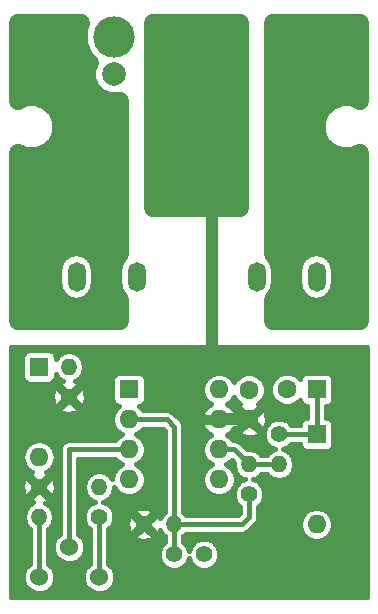
<source format=gbr>
G04 #@! TF.FileFunction,Copper,L1,Top,Signal*
%FSLAX46Y46*%
G04 Gerber Fmt 4.6, Leading zero omitted, Abs format (unit mm)*
G04 Created by KiCad (PCBNEW 4.0.4-stable) date Saturday, 28 January 2017 'PMt' 01:33:58 PM*
%MOMM*%
%LPD*%
G01*
G04 APERTURE LIST*
%ADD10C,0.100000*%
%ADD11R,1.600000X1.600000*%
%ADD12C,1.600000*%
%ADD13O,1.501140X2.499360*%
%ADD14C,1.400000*%
%ADD15O,1.400000X1.400000*%
%ADD16C,1.397000*%
%ADD17C,1.524000*%
%ADD18O,1.600000X1.600000*%
%ADD19C,3.500120*%
%ADD20R,2.400000X2.400000*%
%ADD21O,2.400000X2.400000*%
%ADD22C,2.000000*%
%ADD23C,0.400000*%
%ADD24C,1.000000*%
%ADD25C,1.500000*%
G04 APERTURE END LIST*
D10*
D11*
X165735000Y-104140000D03*
D12*
X163235000Y-104140000D03*
D13*
X163195000Y-94615000D03*
X160655000Y-94615000D03*
X165735000Y-94615000D03*
X147955000Y-94615000D03*
X145415000Y-94615000D03*
X150495000Y-94615000D03*
D14*
X151130000Y-115570000D03*
D15*
X153670000Y-115570000D03*
D16*
X153670000Y-118110000D03*
X156210000Y-118110000D03*
D14*
X142240000Y-112395000D03*
D15*
X142240000Y-114935000D03*
D14*
X147320000Y-114935000D03*
D15*
X147320000Y-112395000D03*
D14*
X162560000Y-107950000D03*
D15*
X162560000Y-110490000D03*
D14*
X144780000Y-104775000D03*
D15*
X144780000Y-102235000D03*
D14*
X160020000Y-113030000D03*
D15*
X160020000Y-110490000D03*
D17*
X144780000Y-117475000D03*
X147320000Y-120015000D03*
X142240000Y-120015000D03*
D11*
X149860000Y-104140000D03*
D18*
X157480000Y-111760000D03*
X149860000Y-106680000D03*
X157480000Y-109220000D03*
X149860000Y-109220000D03*
X157480000Y-106680000D03*
X149860000Y-111760000D03*
X157480000Y-104140000D03*
D19*
X158115000Y-74295000D03*
X163195000Y-74295000D03*
X143510000Y-74295000D03*
X148590000Y-74295000D03*
D20*
X156845000Y-86995000D03*
D21*
X167005000Y-86995000D03*
D11*
X165735000Y-107950000D03*
D18*
X165735000Y-115570000D03*
D11*
X142240000Y-102235000D03*
D18*
X142240000Y-109855000D03*
D12*
X160020000Y-106680000D03*
X160020000Y-104180000D03*
X153035000Y-83185000D03*
X148035000Y-81685000D03*
D22*
X148590000Y-77470000D03*
X158590000Y-78970000D03*
D12*
X153035000Y-86995000D03*
X148035000Y-85495000D03*
D23*
X165735000Y-104140000D02*
X165735000Y-107950000D01*
X162560000Y-107950000D02*
X165735000Y-107950000D01*
D24*
X156845000Y-86995000D02*
X156845000Y-100965000D01*
X157480000Y-106680000D02*
X160020000Y-106680000D01*
D23*
X153670000Y-115570000D02*
X159385000Y-115570000D01*
X160020000Y-114935000D02*
X160020000Y-113030000D01*
X159385000Y-115570000D02*
X160020000Y-114935000D01*
X153670000Y-115570000D02*
X153670000Y-118110000D01*
X149860000Y-106680000D02*
X153035000Y-106680000D01*
X153670000Y-107315000D02*
X153670000Y-115570000D01*
X153035000Y-106680000D02*
X153670000Y-107315000D01*
X142240000Y-114935000D02*
X142240000Y-120015000D01*
X147320000Y-114935000D02*
X147320000Y-120015000D01*
X162560000Y-110490000D02*
X160020000Y-110490000D01*
X157480000Y-109220000D02*
X158750000Y-109220000D01*
X158750000Y-109220000D02*
X160020000Y-110490000D01*
X144780000Y-117475000D02*
X144780000Y-109220000D01*
X144780000Y-109220000D02*
X149860000Y-109220000D01*
X149225000Y-109220000D02*
X149860000Y-109220000D01*
G36*
X169980000Y-121720000D02*
X139900000Y-121720000D01*
X139900000Y-120284730D01*
X140877764Y-120284730D01*
X141084679Y-120785503D01*
X141467482Y-121168974D01*
X141967893Y-121376763D01*
X142509730Y-121377236D01*
X143010503Y-121170321D01*
X143393974Y-120787518D01*
X143601763Y-120287107D01*
X143602236Y-119745270D01*
X143395321Y-119244497D01*
X143040000Y-118888556D01*
X143040000Y-117744730D01*
X143417764Y-117744730D01*
X143624679Y-118245503D01*
X144007482Y-118628974D01*
X144507893Y-118836763D01*
X145049730Y-118837236D01*
X145550503Y-118630321D01*
X145933974Y-118247518D01*
X146141763Y-117747107D01*
X146142236Y-117205270D01*
X145935321Y-116704497D01*
X145580000Y-116348556D01*
X145580000Y-110020000D01*
X148715703Y-110020000D01*
X148842623Y-110209949D01*
X149261748Y-110490000D01*
X148842623Y-110770051D01*
X148539141Y-111224243D01*
X148435693Y-111744308D01*
X148239239Y-111450292D01*
X147817488Y-111168488D01*
X147320000Y-111069531D01*
X146822512Y-111168488D01*
X146400761Y-111450292D01*
X146118957Y-111872043D01*
X146020000Y-112369531D01*
X146020000Y-112420469D01*
X146118957Y-112917957D01*
X146400761Y-113339708D01*
X146822512Y-113621512D01*
X147006211Y-113658052D01*
X146584571Y-113832271D01*
X146218556Y-114197647D01*
X146020226Y-114675279D01*
X146019774Y-115192452D01*
X146217271Y-115670429D01*
X146520000Y-115973687D01*
X146520000Y-118889125D01*
X146166026Y-119242482D01*
X145958237Y-119742893D01*
X145957764Y-120284730D01*
X146164679Y-120785503D01*
X146547482Y-121168974D01*
X147047893Y-121376763D01*
X147589730Y-121377236D01*
X148090503Y-121170321D01*
X148473974Y-120787518D01*
X148681763Y-120287107D01*
X148682236Y-119745270D01*
X148475321Y-119244497D01*
X148120000Y-118888556D01*
X148120000Y-116585657D01*
X150397186Y-116585657D01*
X150461059Y-116830979D01*
X150994535Y-116990985D01*
X151548635Y-116934659D01*
X151798941Y-116830979D01*
X151862814Y-116585657D01*
X151130000Y-115852843D01*
X150397186Y-116585657D01*
X148120000Y-116585657D01*
X148120000Y-115973271D01*
X148421444Y-115672353D01*
X148520194Y-115434535D01*
X149709015Y-115434535D01*
X149765341Y-115988635D01*
X149869021Y-116238941D01*
X150114343Y-116302814D01*
X150847157Y-115570000D01*
X150114343Y-114837186D01*
X149869021Y-114901059D01*
X149709015Y-115434535D01*
X148520194Y-115434535D01*
X148619774Y-115194721D01*
X148620226Y-114677548D01*
X148569319Y-114554343D01*
X150397186Y-114554343D01*
X151130000Y-115287157D01*
X151862814Y-114554343D01*
X151798941Y-114309021D01*
X151265465Y-114149015D01*
X150711365Y-114205341D01*
X150461059Y-114309021D01*
X150397186Y-114554343D01*
X148569319Y-114554343D01*
X148422729Y-114199571D01*
X148057353Y-113833556D01*
X147634400Y-113657931D01*
X147817488Y-113621512D01*
X148239239Y-113339708D01*
X148521043Y-112917957D01*
X148620000Y-112420469D01*
X148620000Y-112416771D01*
X148842623Y-112749949D01*
X149296815Y-113053431D01*
X149832572Y-113160000D01*
X149887428Y-113160000D01*
X150423185Y-113053431D01*
X150877377Y-112749949D01*
X151180859Y-112295757D01*
X151287428Y-111760000D01*
X151180859Y-111224243D01*
X150877377Y-110770051D01*
X150458252Y-110490000D01*
X150877377Y-110209949D01*
X151180859Y-109755757D01*
X151287428Y-109220000D01*
X151180859Y-108684243D01*
X150877377Y-108230051D01*
X150458252Y-107950000D01*
X150877377Y-107669949D01*
X151004297Y-107480000D01*
X152703630Y-107480000D01*
X152870000Y-107646371D01*
X152870000Y-114554071D01*
X152725292Y-114650761D01*
X152454914Y-115055412D01*
X152390979Y-114901059D01*
X152145657Y-114837186D01*
X151412843Y-115570000D01*
X152145657Y-116302814D01*
X152390979Y-116238941D01*
X152443055Y-116065313D01*
X152443488Y-116067488D01*
X152725292Y-116489239D01*
X152870000Y-116585929D01*
X152870000Y-117073849D01*
X152569827Y-117373499D01*
X152371726Y-117850579D01*
X152371275Y-118367154D01*
X152568543Y-118844580D01*
X152933499Y-119210173D01*
X153410579Y-119408274D01*
X153927154Y-119408725D01*
X154404580Y-119211457D01*
X154770173Y-118846501D01*
X154940174Y-118437094D01*
X155108543Y-118844580D01*
X155473499Y-119210173D01*
X155950579Y-119408274D01*
X156467154Y-119408725D01*
X156944580Y-119211457D01*
X157310173Y-118846501D01*
X157508274Y-118369421D01*
X157508725Y-117852846D01*
X157311457Y-117375420D01*
X156946501Y-117009827D01*
X156469421Y-116811726D01*
X155952846Y-116811275D01*
X155475420Y-117008543D01*
X155109827Y-117373499D01*
X154939826Y-117782906D01*
X154771457Y-117375420D01*
X154470000Y-117073437D01*
X154470000Y-116585929D01*
X154614708Y-116489239D01*
X154694381Y-116370000D01*
X159385000Y-116370000D01*
X159691147Y-116309104D01*
X159950685Y-116135685D01*
X160543798Y-115542572D01*
X164335000Y-115542572D01*
X164335000Y-115597428D01*
X164441569Y-116133185D01*
X164745051Y-116587377D01*
X165199243Y-116890859D01*
X165735000Y-116997428D01*
X166270757Y-116890859D01*
X166724949Y-116587377D01*
X167028431Y-116133185D01*
X167135000Y-115597428D01*
X167135000Y-115542572D01*
X167028431Y-115006815D01*
X166724949Y-114552623D01*
X166270757Y-114249141D01*
X165735000Y-114142572D01*
X165199243Y-114249141D01*
X164745051Y-114552623D01*
X164441569Y-115006815D01*
X164335000Y-115542572D01*
X160543798Y-115542572D01*
X160585686Y-115500685D01*
X160759104Y-115241147D01*
X160820000Y-114935000D01*
X160820000Y-114068271D01*
X161121444Y-113767353D01*
X161319774Y-113289721D01*
X161320226Y-112772548D01*
X161122729Y-112294571D01*
X160757353Y-111928556D01*
X160334400Y-111752931D01*
X160517488Y-111716512D01*
X160939239Y-111434708D01*
X161035929Y-111290000D01*
X161544071Y-111290000D01*
X161640761Y-111434708D01*
X162062512Y-111716512D01*
X162560000Y-111815469D01*
X163057488Y-111716512D01*
X163479239Y-111434708D01*
X163761043Y-111012957D01*
X163860000Y-110515469D01*
X163860000Y-110464531D01*
X163761043Y-109967043D01*
X163479239Y-109545292D01*
X163057488Y-109263488D01*
X162873789Y-109226948D01*
X163295429Y-109052729D01*
X163598687Y-108750000D01*
X164323246Y-108750000D01*
X164365083Y-108972346D01*
X164496490Y-109176558D01*
X164696993Y-109313556D01*
X164935000Y-109361754D01*
X166535000Y-109361754D01*
X166757346Y-109319917D01*
X166961558Y-109188510D01*
X167098556Y-108988007D01*
X167146754Y-108750000D01*
X167146754Y-107150000D01*
X167104917Y-106927654D01*
X166973510Y-106723442D01*
X166773007Y-106586444D01*
X166535000Y-106538246D01*
X166535000Y-105551754D01*
X166757346Y-105509917D01*
X166961558Y-105378510D01*
X167098556Y-105178007D01*
X167146754Y-104940000D01*
X167146754Y-103340000D01*
X167104917Y-103117654D01*
X166973510Y-102913442D01*
X166773007Y-102776444D01*
X166535000Y-102728246D01*
X164935000Y-102728246D01*
X164712654Y-102770083D01*
X164508442Y-102901490D01*
X164371444Y-103101993D01*
X164338647Y-103263946D01*
X164029072Y-102953830D01*
X163514699Y-102740243D01*
X162957744Y-102739757D01*
X162443000Y-102952445D01*
X162048830Y-103345928D01*
X161835243Y-103860301D01*
X161834757Y-104417256D01*
X162047445Y-104932000D01*
X162440928Y-105326170D01*
X162955301Y-105539757D01*
X163512256Y-105540243D01*
X164027000Y-105327555D01*
X164337792Y-105017305D01*
X164365083Y-105162346D01*
X164496490Y-105366558D01*
X164696993Y-105503556D01*
X164935000Y-105551754D01*
X164935000Y-106538246D01*
X164712654Y-106580083D01*
X164508442Y-106711490D01*
X164371444Y-106911993D01*
X164323246Y-107150000D01*
X163598271Y-107150000D01*
X163297353Y-106848556D01*
X162819721Y-106650226D01*
X162302548Y-106649774D01*
X161824571Y-106847271D01*
X161458556Y-107212647D01*
X161260226Y-107690279D01*
X161259774Y-108207452D01*
X161457271Y-108685429D01*
X161822647Y-109051444D01*
X162245600Y-109227069D01*
X162062512Y-109263488D01*
X161640761Y-109545292D01*
X161544071Y-109690000D01*
X161035929Y-109690000D01*
X160939239Y-109545292D01*
X160517488Y-109263488D01*
X160020000Y-109164531D01*
X159858105Y-109196734D01*
X159315685Y-108654315D01*
X159056147Y-108480896D01*
X158750000Y-108420000D01*
X158624297Y-108420000D01*
X158497377Y-108230051D01*
X158143325Y-107993480D01*
X158427286Y-107843053D01*
X158488837Y-107768618D01*
X159214224Y-107768618D01*
X159290572Y-108024232D01*
X159860511Y-108201048D01*
X160454732Y-108146299D01*
X160749428Y-108024232D01*
X160825776Y-107768618D01*
X160020000Y-106962843D01*
X159214224Y-107768618D01*
X158488837Y-107768618D01*
X158764051Y-107435797D01*
X158931382Y-107485776D01*
X159737157Y-106680000D01*
X160302843Y-106680000D01*
X161108618Y-107485776D01*
X161364232Y-107409428D01*
X161541048Y-106839489D01*
X161486299Y-106245268D01*
X161364232Y-105950572D01*
X161108618Y-105874224D01*
X160302843Y-106680000D01*
X159737157Y-106680000D01*
X158931382Y-105874224D01*
X158764051Y-105924203D01*
X158427286Y-105516947D01*
X158143325Y-105366520D01*
X158497377Y-105129949D01*
X158744742Y-104759742D01*
X158832445Y-104972000D01*
X159225928Y-105366170D01*
X159275361Y-105386696D01*
X159214224Y-105591382D01*
X160020000Y-106397157D01*
X160825776Y-105591382D01*
X160764753Y-105387077D01*
X160812000Y-105367555D01*
X161206170Y-104974072D01*
X161419757Y-104459699D01*
X161420243Y-103902744D01*
X161207555Y-103388000D01*
X160814072Y-102993830D01*
X160299699Y-102780243D01*
X159742744Y-102779757D01*
X159228000Y-102992445D01*
X158833830Y-103385928D01*
X158765285Y-103551003D01*
X158497377Y-103150051D01*
X158043185Y-102846569D01*
X157507428Y-102740000D01*
X157452572Y-102740000D01*
X156916815Y-102846569D01*
X156462623Y-103150051D01*
X156159141Y-103604243D01*
X156052572Y-104140000D01*
X156159141Y-104675757D01*
X156462623Y-105129949D01*
X156816675Y-105366520D01*
X156532714Y-105516947D01*
X156159741Y-105967990D01*
X156042982Y-106249906D01*
X156170181Y-106480000D01*
X157280000Y-106480000D01*
X157280000Y-106460000D01*
X157680000Y-106460000D01*
X157680000Y-106480000D01*
X157700000Y-106480000D01*
X157700000Y-106880000D01*
X157680000Y-106880000D01*
X157680000Y-106900000D01*
X157280000Y-106900000D01*
X157280000Y-106880000D01*
X156170181Y-106880000D01*
X156042982Y-107110094D01*
X156159741Y-107392010D01*
X156532714Y-107843053D01*
X156816675Y-107993480D01*
X156462623Y-108230051D01*
X156159141Y-108684243D01*
X156052572Y-109220000D01*
X156159141Y-109755757D01*
X156462623Y-110209949D01*
X156881748Y-110490000D01*
X156462623Y-110770051D01*
X156159141Y-111224243D01*
X156052572Y-111760000D01*
X156159141Y-112295757D01*
X156462623Y-112749949D01*
X156916815Y-113053431D01*
X157452572Y-113160000D01*
X157507428Y-113160000D01*
X158043185Y-113053431D01*
X158497377Y-112749949D01*
X158800859Y-112295757D01*
X158907428Y-111760000D01*
X158800859Y-111224243D01*
X158497377Y-110770051D01*
X158078252Y-110490000D01*
X158497377Y-110209949D01*
X158541918Y-110143288D01*
X158743752Y-110345122D01*
X158720000Y-110464531D01*
X158720000Y-110515469D01*
X158818957Y-111012957D01*
X159100761Y-111434708D01*
X159522512Y-111716512D01*
X159706211Y-111753052D01*
X159284571Y-111927271D01*
X158918556Y-112292647D01*
X158720226Y-112770279D01*
X158719774Y-113287452D01*
X158917271Y-113765429D01*
X159220000Y-114068687D01*
X159220000Y-114603629D01*
X159053630Y-114770000D01*
X154694381Y-114770000D01*
X154614708Y-114650761D01*
X154470000Y-114554071D01*
X154470000Y-107315000D01*
X154409104Y-107008853D01*
X154323007Y-106880000D01*
X154235686Y-106749315D01*
X153600685Y-106114315D01*
X153341147Y-105940896D01*
X153035000Y-105880000D01*
X151004297Y-105880000D01*
X150877377Y-105690051D01*
X150668116Y-105550227D01*
X150882346Y-105509917D01*
X151086558Y-105378510D01*
X151223556Y-105178007D01*
X151271754Y-104940000D01*
X151271754Y-103340000D01*
X151229917Y-103117654D01*
X151098510Y-102913442D01*
X150898007Y-102776444D01*
X150660000Y-102728246D01*
X149060000Y-102728246D01*
X148837654Y-102770083D01*
X148633442Y-102901490D01*
X148496444Y-103101993D01*
X148448246Y-103340000D01*
X148448246Y-104940000D01*
X148490083Y-105162346D01*
X148621490Y-105366558D01*
X148821993Y-105503556D01*
X149052018Y-105550138D01*
X148842623Y-105690051D01*
X148539141Y-106144243D01*
X148432572Y-106680000D01*
X148539141Y-107215757D01*
X148842623Y-107669949D01*
X149261748Y-107950000D01*
X148842623Y-108230051D01*
X148715703Y-108420000D01*
X144780000Y-108420000D01*
X144473853Y-108480896D01*
X144214315Y-108654315D01*
X144040896Y-108913853D01*
X143980000Y-109220000D01*
X143980000Y-116349125D01*
X143626026Y-116702482D01*
X143418237Y-117202893D01*
X143417764Y-117744730D01*
X143040000Y-117744730D01*
X143040000Y-115959381D01*
X143159239Y-115879708D01*
X143441043Y-115457957D01*
X143540000Y-114960469D01*
X143540000Y-114909531D01*
X143441043Y-114412043D01*
X143159239Y-113990292D01*
X142754588Y-113719914D01*
X142908941Y-113655979D01*
X142972814Y-113410657D01*
X142240000Y-112677843D01*
X141507186Y-113410657D01*
X141571059Y-113655979D01*
X141744687Y-113708055D01*
X141742512Y-113708488D01*
X141320761Y-113990292D01*
X141038957Y-114412043D01*
X140940000Y-114909531D01*
X140940000Y-114960469D01*
X141038957Y-115457957D01*
X141320761Y-115879708D01*
X141440000Y-115959381D01*
X141440000Y-118889125D01*
X141086026Y-119242482D01*
X140878237Y-119742893D01*
X140877764Y-120284730D01*
X139900000Y-120284730D01*
X139900000Y-112259535D01*
X140819015Y-112259535D01*
X140875341Y-112813635D01*
X140979021Y-113063941D01*
X141224343Y-113127814D01*
X141957157Y-112395000D01*
X142522843Y-112395000D01*
X143255657Y-113127814D01*
X143500979Y-113063941D01*
X143660985Y-112530465D01*
X143604659Y-111976365D01*
X143500979Y-111726059D01*
X143255657Y-111662186D01*
X142522843Y-112395000D01*
X141957157Y-112395000D01*
X141224343Y-111662186D01*
X140979021Y-111726059D01*
X140819015Y-112259535D01*
X139900000Y-112259535D01*
X139900000Y-109827572D01*
X140840000Y-109827572D01*
X140840000Y-109882428D01*
X140946569Y-110418185D01*
X141250051Y-110872377D01*
X141614623Y-111115976D01*
X141571059Y-111134021D01*
X141507186Y-111379343D01*
X142240000Y-112112157D01*
X142972814Y-111379343D01*
X142908941Y-111134021D01*
X142860235Y-111119413D01*
X143229949Y-110872377D01*
X143533431Y-110418185D01*
X143640000Y-109882428D01*
X143640000Y-109827572D01*
X143533431Y-109291815D01*
X143229949Y-108837623D01*
X142775757Y-108534141D01*
X142240000Y-108427572D01*
X141704243Y-108534141D01*
X141250051Y-108837623D01*
X140946569Y-109291815D01*
X140840000Y-109827572D01*
X139900000Y-109827572D01*
X139900000Y-105790657D01*
X144047186Y-105790657D01*
X144111059Y-106035979D01*
X144644535Y-106195985D01*
X145198635Y-106139659D01*
X145448941Y-106035979D01*
X145512814Y-105790657D01*
X144780000Y-105057843D01*
X144047186Y-105790657D01*
X139900000Y-105790657D01*
X139900000Y-104639535D01*
X143359015Y-104639535D01*
X143415341Y-105193635D01*
X143519021Y-105443941D01*
X143764343Y-105507814D01*
X144497157Y-104775000D01*
X145062843Y-104775000D01*
X145795657Y-105507814D01*
X146040979Y-105443941D01*
X146200985Y-104910465D01*
X146144659Y-104356365D01*
X146040979Y-104106059D01*
X145795657Y-104042186D01*
X145062843Y-104775000D01*
X144497157Y-104775000D01*
X143764343Y-104042186D01*
X143519021Y-104106059D01*
X143359015Y-104639535D01*
X139900000Y-104639535D01*
X139900000Y-101435000D01*
X140828246Y-101435000D01*
X140828246Y-103035000D01*
X140870083Y-103257346D01*
X141001490Y-103461558D01*
X141201993Y-103598556D01*
X141440000Y-103646754D01*
X143040000Y-103646754D01*
X143262346Y-103604917D01*
X143466558Y-103473510D01*
X143603556Y-103273007D01*
X143651754Y-103035000D01*
X143651754Y-102866906D01*
X143860761Y-103179708D01*
X144265412Y-103450086D01*
X144111059Y-103514021D01*
X144047186Y-103759343D01*
X144780000Y-104492157D01*
X145512814Y-103759343D01*
X145448941Y-103514021D01*
X145275313Y-103461945D01*
X145277488Y-103461512D01*
X145699239Y-103179708D01*
X145981043Y-102757957D01*
X146080000Y-102260469D01*
X146080000Y-102209531D01*
X145981043Y-101712043D01*
X145699239Y-101290292D01*
X145277488Y-101008488D01*
X144780000Y-100909531D01*
X144282512Y-101008488D01*
X143860761Y-101290292D01*
X143651754Y-101603094D01*
X143651754Y-101435000D01*
X143609917Y-101212654D01*
X143478510Y-101008442D01*
X143278007Y-100871444D01*
X143040000Y-100823246D01*
X141440000Y-100823246D01*
X141217654Y-100865083D01*
X141013442Y-100996490D01*
X140876444Y-101196993D01*
X140828246Y-101435000D01*
X139900000Y-101435000D01*
X139900000Y-100530000D01*
X169980000Y-100530000D01*
X169980000Y-121720000D01*
X169980000Y-121720000D01*
G37*
X169980000Y-121720000D02*
X139900000Y-121720000D01*
X139900000Y-120284730D01*
X140877764Y-120284730D01*
X141084679Y-120785503D01*
X141467482Y-121168974D01*
X141967893Y-121376763D01*
X142509730Y-121377236D01*
X143010503Y-121170321D01*
X143393974Y-120787518D01*
X143601763Y-120287107D01*
X143602236Y-119745270D01*
X143395321Y-119244497D01*
X143040000Y-118888556D01*
X143040000Y-117744730D01*
X143417764Y-117744730D01*
X143624679Y-118245503D01*
X144007482Y-118628974D01*
X144507893Y-118836763D01*
X145049730Y-118837236D01*
X145550503Y-118630321D01*
X145933974Y-118247518D01*
X146141763Y-117747107D01*
X146142236Y-117205270D01*
X145935321Y-116704497D01*
X145580000Y-116348556D01*
X145580000Y-110020000D01*
X148715703Y-110020000D01*
X148842623Y-110209949D01*
X149261748Y-110490000D01*
X148842623Y-110770051D01*
X148539141Y-111224243D01*
X148435693Y-111744308D01*
X148239239Y-111450292D01*
X147817488Y-111168488D01*
X147320000Y-111069531D01*
X146822512Y-111168488D01*
X146400761Y-111450292D01*
X146118957Y-111872043D01*
X146020000Y-112369531D01*
X146020000Y-112420469D01*
X146118957Y-112917957D01*
X146400761Y-113339708D01*
X146822512Y-113621512D01*
X147006211Y-113658052D01*
X146584571Y-113832271D01*
X146218556Y-114197647D01*
X146020226Y-114675279D01*
X146019774Y-115192452D01*
X146217271Y-115670429D01*
X146520000Y-115973687D01*
X146520000Y-118889125D01*
X146166026Y-119242482D01*
X145958237Y-119742893D01*
X145957764Y-120284730D01*
X146164679Y-120785503D01*
X146547482Y-121168974D01*
X147047893Y-121376763D01*
X147589730Y-121377236D01*
X148090503Y-121170321D01*
X148473974Y-120787518D01*
X148681763Y-120287107D01*
X148682236Y-119745270D01*
X148475321Y-119244497D01*
X148120000Y-118888556D01*
X148120000Y-116585657D01*
X150397186Y-116585657D01*
X150461059Y-116830979D01*
X150994535Y-116990985D01*
X151548635Y-116934659D01*
X151798941Y-116830979D01*
X151862814Y-116585657D01*
X151130000Y-115852843D01*
X150397186Y-116585657D01*
X148120000Y-116585657D01*
X148120000Y-115973271D01*
X148421444Y-115672353D01*
X148520194Y-115434535D01*
X149709015Y-115434535D01*
X149765341Y-115988635D01*
X149869021Y-116238941D01*
X150114343Y-116302814D01*
X150847157Y-115570000D01*
X150114343Y-114837186D01*
X149869021Y-114901059D01*
X149709015Y-115434535D01*
X148520194Y-115434535D01*
X148619774Y-115194721D01*
X148620226Y-114677548D01*
X148569319Y-114554343D01*
X150397186Y-114554343D01*
X151130000Y-115287157D01*
X151862814Y-114554343D01*
X151798941Y-114309021D01*
X151265465Y-114149015D01*
X150711365Y-114205341D01*
X150461059Y-114309021D01*
X150397186Y-114554343D01*
X148569319Y-114554343D01*
X148422729Y-114199571D01*
X148057353Y-113833556D01*
X147634400Y-113657931D01*
X147817488Y-113621512D01*
X148239239Y-113339708D01*
X148521043Y-112917957D01*
X148620000Y-112420469D01*
X148620000Y-112416771D01*
X148842623Y-112749949D01*
X149296815Y-113053431D01*
X149832572Y-113160000D01*
X149887428Y-113160000D01*
X150423185Y-113053431D01*
X150877377Y-112749949D01*
X151180859Y-112295757D01*
X151287428Y-111760000D01*
X151180859Y-111224243D01*
X150877377Y-110770051D01*
X150458252Y-110490000D01*
X150877377Y-110209949D01*
X151180859Y-109755757D01*
X151287428Y-109220000D01*
X151180859Y-108684243D01*
X150877377Y-108230051D01*
X150458252Y-107950000D01*
X150877377Y-107669949D01*
X151004297Y-107480000D01*
X152703630Y-107480000D01*
X152870000Y-107646371D01*
X152870000Y-114554071D01*
X152725292Y-114650761D01*
X152454914Y-115055412D01*
X152390979Y-114901059D01*
X152145657Y-114837186D01*
X151412843Y-115570000D01*
X152145657Y-116302814D01*
X152390979Y-116238941D01*
X152443055Y-116065313D01*
X152443488Y-116067488D01*
X152725292Y-116489239D01*
X152870000Y-116585929D01*
X152870000Y-117073849D01*
X152569827Y-117373499D01*
X152371726Y-117850579D01*
X152371275Y-118367154D01*
X152568543Y-118844580D01*
X152933499Y-119210173D01*
X153410579Y-119408274D01*
X153927154Y-119408725D01*
X154404580Y-119211457D01*
X154770173Y-118846501D01*
X154940174Y-118437094D01*
X155108543Y-118844580D01*
X155473499Y-119210173D01*
X155950579Y-119408274D01*
X156467154Y-119408725D01*
X156944580Y-119211457D01*
X157310173Y-118846501D01*
X157508274Y-118369421D01*
X157508725Y-117852846D01*
X157311457Y-117375420D01*
X156946501Y-117009827D01*
X156469421Y-116811726D01*
X155952846Y-116811275D01*
X155475420Y-117008543D01*
X155109827Y-117373499D01*
X154939826Y-117782906D01*
X154771457Y-117375420D01*
X154470000Y-117073437D01*
X154470000Y-116585929D01*
X154614708Y-116489239D01*
X154694381Y-116370000D01*
X159385000Y-116370000D01*
X159691147Y-116309104D01*
X159950685Y-116135685D01*
X160543798Y-115542572D01*
X164335000Y-115542572D01*
X164335000Y-115597428D01*
X164441569Y-116133185D01*
X164745051Y-116587377D01*
X165199243Y-116890859D01*
X165735000Y-116997428D01*
X166270757Y-116890859D01*
X166724949Y-116587377D01*
X167028431Y-116133185D01*
X167135000Y-115597428D01*
X167135000Y-115542572D01*
X167028431Y-115006815D01*
X166724949Y-114552623D01*
X166270757Y-114249141D01*
X165735000Y-114142572D01*
X165199243Y-114249141D01*
X164745051Y-114552623D01*
X164441569Y-115006815D01*
X164335000Y-115542572D01*
X160543798Y-115542572D01*
X160585686Y-115500685D01*
X160759104Y-115241147D01*
X160820000Y-114935000D01*
X160820000Y-114068271D01*
X161121444Y-113767353D01*
X161319774Y-113289721D01*
X161320226Y-112772548D01*
X161122729Y-112294571D01*
X160757353Y-111928556D01*
X160334400Y-111752931D01*
X160517488Y-111716512D01*
X160939239Y-111434708D01*
X161035929Y-111290000D01*
X161544071Y-111290000D01*
X161640761Y-111434708D01*
X162062512Y-111716512D01*
X162560000Y-111815469D01*
X163057488Y-111716512D01*
X163479239Y-111434708D01*
X163761043Y-111012957D01*
X163860000Y-110515469D01*
X163860000Y-110464531D01*
X163761043Y-109967043D01*
X163479239Y-109545292D01*
X163057488Y-109263488D01*
X162873789Y-109226948D01*
X163295429Y-109052729D01*
X163598687Y-108750000D01*
X164323246Y-108750000D01*
X164365083Y-108972346D01*
X164496490Y-109176558D01*
X164696993Y-109313556D01*
X164935000Y-109361754D01*
X166535000Y-109361754D01*
X166757346Y-109319917D01*
X166961558Y-109188510D01*
X167098556Y-108988007D01*
X167146754Y-108750000D01*
X167146754Y-107150000D01*
X167104917Y-106927654D01*
X166973510Y-106723442D01*
X166773007Y-106586444D01*
X166535000Y-106538246D01*
X166535000Y-105551754D01*
X166757346Y-105509917D01*
X166961558Y-105378510D01*
X167098556Y-105178007D01*
X167146754Y-104940000D01*
X167146754Y-103340000D01*
X167104917Y-103117654D01*
X166973510Y-102913442D01*
X166773007Y-102776444D01*
X166535000Y-102728246D01*
X164935000Y-102728246D01*
X164712654Y-102770083D01*
X164508442Y-102901490D01*
X164371444Y-103101993D01*
X164338647Y-103263946D01*
X164029072Y-102953830D01*
X163514699Y-102740243D01*
X162957744Y-102739757D01*
X162443000Y-102952445D01*
X162048830Y-103345928D01*
X161835243Y-103860301D01*
X161834757Y-104417256D01*
X162047445Y-104932000D01*
X162440928Y-105326170D01*
X162955301Y-105539757D01*
X163512256Y-105540243D01*
X164027000Y-105327555D01*
X164337792Y-105017305D01*
X164365083Y-105162346D01*
X164496490Y-105366558D01*
X164696993Y-105503556D01*
X164935000Y-105551754D01*
X164935000Y-106538246D01*
X164712654Y-106580083D01*
X164508442Y-106711490D01*
X164371444Y-106911993D01*
X164323246Y-107150000D01*
X163598271Y-107150000D01*
X163297353Y-106848556D01*
X162819721Y-106650226D01*
X162302548Y-106649774D01*
X161824571Y-106847271D01*
X161458556Y-107212647D01*
X161260226Y-107690279D01*
X161259774Y-108207452D01*
X161457271Y-108685429D01*
X161822647Y-109051444D01*
X162245600Y-109227069D01*
X162062512Y-109263488D01*
X161640761Y-109545292D01*
X161544071Y-109690000D01*
X161035929Y-109690000D01*
X160939239Y-109545292D01*
X160517488Y-109263488D01*
X160020000Y-109164531D01*
X159858105Y-109196734D01*
X159315685Y-108654315D01*
X159056147Y-108480896D01*
X158750000Y-108420000D01*
X158624297Y-108420000D01*
X158497377Y-108230051D01*
X158143325Y-107993480D01*
X158427286Y-107843053D01*
X158488837Y-107768618D01*
X159214224Y-107768618D01*
X159290572Y-108024232D01*
X159860511Y-108201048D01*
X160454732Y-108146299D01*
X160749428Y-108024232D01*
X160825776Y-107768618D01*
X160020000Y-106962843D01*
X159214224Y-107768618D01*
X158488837Y-107768618D01*
X158764051Y-107435797D01*
X158931382Y-107485776D01*
X159737157Y-106680000D01*
X160302843Y-106680000D01*
X161108618Y-107485776D01*
X161364232Y-107409428D01*
X161541048Y-106839489D01*
X161486299Y-106245268D01*
X161364232Y-105950572D01*
X161108618Y-105874224D01*
X160302843Y-106680000D01*
X159737157Y-106680000D01*
X158931382Y-105874224D01*
X158764051Y-105924203D01*
X158427286Y-105516947D01*
X158143325Y-105366520D01*
X158497377Y-105129949D01*
X158744742Y-104759742D01*
X158832445Y-104972000D01*
X159225928Y-105366170D01*
X159275361Y-105386696D01*
X159214224Y-105591382D01*
X160020000Y-106397157D01*
X160825776Y-105591382D01*
X160764753Y-105387077D01*
X160812000Y-105367555D01*
X161206170Y-104974072D01*
X161419757Y-104459699D01*
X161420243Y-103902744D01*
X161207555Y-103388000D01*
X160814072Y-102993830D01*
X160299699Y-102780243D01*
X159742744Y-102779757D01*
X159228000Y-102992445D01*
X158833830Y-103385928D01*
X158765285Y-103551003D01*
X158497377Y-103150051D01*
X158043185Y-102846569D01*
X157507428Y-102740000D01*
X157452572Y-102740000D01*
X156916815Y-102846569D01*
X156462623Y-103150051D01*
X156159141Y-103604243D01*
X156052572Y-104140000D01*
X156159141Y-104675757D01*
X156462623Y-105129949D01*
X156816675Y-105366520D01*
X156532714Y-105516947D01*
X156159741Y-105967990D01*
X156042982Y-106249906D01*
X156170181Y-106480000D01*
X157280000Y-106480000D01*
X157280000Y-106460000D01*
X157680000Y-106460000D01*
X157680000Y-106480000D01*
X157700000Y-106480000D01*
X157700000Y-106880000D01*
X157680000Y-106880000D01*
X157680000Y-106900000D01*
X157280000Y-106900000D01*
X157280000Y-106880000D01*
X156170181Y-106880000D01*
X156042982Y-107110094D01*
X156159741Y-107392010D01*
X156532714Y-107843053D01*
X156816675Y-107993480D01*
X156462623Y-108230051D01*
X156159141Y-108684243D01*
X156052572Y-109220000D01*
X156159141Y-109755757D01*
X156462623Y-110209949D01*
X156881748Y-110490000D01*
X156462623Y-110770051D01*
X156159141Y-111224243D01*
X156052572Y-111760000D01*
X156159141Y-112295757D01*
X156462623Y-112749949D01*
X156916815Y-113053431D01*
X157452572Y-113160000D01*
X157507428Y-113160000D01*
X158043185Y-113053431D01*
X158497377Y-112749949D01*
X158800859Y-112295757D01*
X158907428Y-111760000D01*
X158800859Y-111224243D01*
X158497377Y-110770051D01*
X158078252Y-110490000D01*
X158497377Y-110209949D01*
X158541918Y-110143288D01*
X158743752Y-110345122D01*
X158720000Y-110464531D01*
X158720000Y-110515469D01*
X158818957Y-111012957D01*
X159100761Y-111434708D01*
X159522512Y-111716512D01*
X159706211Y-111753052D01*
X159284571Y-111927271D01*
X158918556Y-112292647D01*
X158720226Y-112770279D01*
X158719774Y-113287452D01*
X158917271Y-113765429D01*
X159220000Y-114068687D01*
X159220000Y-114603629D01*
X159053630Y-114770000D01*
X154694381Y-114770000D01*
X154614708Y-114650761D01*
X154470000Y-114554071D01*
X154470000Y-107315000D01*
X154409104Y-107008853D01*
X154323007Y-106880000D01*
X154235686Y-106749315D01*
X153600685Y-106114315D01*
X153341147Y-105940896D01*
X153035000Y-105880000D01*
X151004297Y-105880000D01*
X150877377Y-105690051D01*
X150668116Y-105550227D01*
X150882346Y-105509917D01*
X151086558Y-105378510D01*
X151223556Y-105178007D01*
X151271754Y-104940000D01*
X151271754Y-103340000D01*
X151229917Y-103117654D01*
X151098510Y-102913442D01*
X150898007Y-102776444D01*
X150660000Y-102728246D01*
X149060000Y-102728246D01*
X148837654Y-102770083D01*
X148633442Y-102901490D01*
X148496444Y-103101993D01*
X148448246Y-103340000D01*
X148448246Y-104940000D01*
X148490083Y-105162346D01*
X148621490Y-105366558D01*
X148821993Y-105503556D01*
X149052018Y-105550138D01*
X148842623Y-105690051D01*
X148539141Y-106144243D01*
X148432572Y-106680000D01*
X148539141Y-107215757D01*
X148842623Y-107669949D01*
X149261748Y-107950000D01*
X148842623Y-108230051D01*
X148715703Y-108420000D01*
X144780000Y-108420000D01*
X144473853Y-108480896D01*
X144214315Y-108654315D01*
X144040896Y-108913853D01*
X143980000Y-109220000D01*
X143980000Y-116349125D01*
X143626026Y-116702482D01*
X143418237Y-117202893D01*
X143417764Y-117744730D01*
X143040000Y-117744730D01*
X143040000Y-115959381D01*
X143159239Y-115879708D01*
X143441043Y-115457957D01*
X143540000Y-114960469D01*
X143540000Y-114909531D01*
X143441043Y-114412043D01*
X143159239Y-113990292D01*
X142754588Y-113719914D01*
X142908941Y-113655979D01*
X142972814Y-113410657D01*
X142240000Y-112677843D01*
X141507186Y-113410657D01*
X141571059Y-113655979D01*
X141744687Y-113708055D01*
X141742512Y-113708488D01*
X141320761Y-113990292D01*
X141038957Y-114412043D01*
X140940000Y-114909531D01*
X140940000Y-114960469D01*
X141038957Y-115457957D01*
X141320761Y-115879708D01*
X141440000Y-115959381D01*
X141440000Y-118889125D01*
X141086026Y-119242482D01*
X140878237Y-119742893D01*
X140877764Y-120284730D01*
X139900000Y-120284730D01*
X139900000Y-112259535D01*
X140819015Y-112259535D01*
X140875341Y-112813635D01*
X140979021Y-113063941D01*
X141224343Y-113127814D01*
X141957157Y-112395000D01*
X142522843Y-112395000D01*
X143255657Y-113127814D01*
X143500979Y-113063941D01*
X143660985Y-112530465D01*
X143604659Y-111976365D01*
X143500979Y-111726059D01*
X143255657Y-111662186D01*
X142522843Y-112395000D01*
X141957157Y-112395000D01*
X141224343Y-111662186D01*
X140979021Y-111726059D01*
X140819015Y-112259535D01*
X139900000Y-112259535D01*
X139900000Y-109827572D01*
X140840000Y-109827572D01*
X140840000Y-109882428D01*
X140946569Y-110418185D01*
X141250051Y-110872377D01*
X141614623Y-111115976D01*
X141571059Y-111134021D01*
X141507186Y-111379343D01*
X142240000Y-112112157D01*
X142972814Y-111379343D01*
X142908941Y-111134021D01*
X142860235Y-111119413D01*
X143229949Y-110872377D01*
X143533431Y-110418185D01*
X143640000Y-109882428D01*
X143640000Y-109827572D01*
X143533431Y-109291815D01*
X143229949Y-108837623D01*
X142775757Y-108534141D01*
X142240000Y-108427572D01*
X141704243Y-108534141D01*
X141250051Y-108837623D01*
X140946569Y-109291815D01*
X140840000Y-109827572D01*
X139900000Y-109827572D01*
X139900000Y-105790657D01*
X144047186Y-105790657D01*
X144111059Y-106035979D01*
X144644535Y-106195985D01*
X145198635Y-106139659D01*
X145448941Y-106035979D01*
X145512814Y-105790657D01*
X144780000Y-105057843D01*
X144047186Y-105790657D01*
X139900000Y-105790657D01*
X139900000Y-104639535D01*
X143359015Y-104639535D01*
X143415341Y-105193635D01*
X143519021Y-105443941D01*
X143764343Y-105507814D01*
X144497157Y-104775000D01*
X145062843Y-104775000D01*
X145795657Y-105507814D01*
X146040979Y-105443941D01*
X146200985Y-104910465D01*
X146144659Y-104356365D01*
X146040979Y-104106059D01*
X145795657Y-104042186D01*
X145062843Y-104775000D01*
X144497157Y-104775000D01*
X143764343Y-104042186D01*
X143519021Y-104106059D01*
X143359015Y-104639535D01*
X139900000Y-104639535D01*
X139900000Y-101435000D01*
X140828246Y-101435000D01*
X140828246Y-103035000D01*
X140870083Y-103257346D01*
X141001490Y-103461558D01*
X141201993Y-103598556D01*
X141440000Y-103646754D01*
X143040000Y-103646754D01*
X143262346Y-103604917D01*
X143466558Y-103473510D01*
X143603556Y-103273007D01*
X143651754Y-103035000D01*
X143651754Y-102866906D01*
X143860761Y-103179708D01*
X144265412Y-103450086D01*
X144111059Y-103514021D01*
X144047186Y-103759343D01*
X144780000Y-104492157D01*
X145512814Y-103759343D01*
X145448941Y-103514021D01*
X145275313Y-103461945D01*
X145277488Y-103461512D01*
X145699239Y-103179708D01*
X145981043Y-102757957D01*
X146080000Y-102260469D01*
X146080000Y-102209531D01*
X145981043Y-101712043D01*
X145699239Y-101290292D01*
X145277488Y-101008488D01*
X144780000Y-100909531D01*
X144282512Y-101008488D01*
X143860761Y-101290292D01*
X143651754Y-101603094D01*
X143651754Y-101435000D01*
X143609917Y-101212654D01*
X143478510Y-101008442D01*
X143278007Y-100871444D01*
X143040000Y-100823246D01*
X141440000Y-100823246D01*
X141217654Y-100865083D01*
X141013442Y-100996490D01*
X140876444Y-101196993D01*
X140828246Y-101435000D01*
X139900000Y-101435000D01*
X139900000Y-100530000D01*
X169980000Y-100530000D01*
X169980000Y-121720000D01*
D25*
G36*
X169430000Y-79687638D02*
X168774462Y-79415435D01*
X167779901Y-79414567D01*
X166860714Y-79794367D01*
X166156839Y-80497015D01*
X165775435Y-81415538D01*
X165774567Y-82410099D01*
X166154367Y-83329286D01*
X166857015Y-84033161D01*
X167775538Y-84414565D01*
X168770099Y-84415433D01*
X169430000Y-84142768D01*
X169430000Y-98310000D01*
X162040000Y-98310000D01*
X162040000Y-96597488D01*
X162069617Y-96577699D01*
X162503286Y-95928667D01*
X162655570Y-95163082D01*
X162655570Y-94066918D01*
X163734430Y-94066918D01*
X163734430Y-95163082D01*
X163886714Y-95928667D01*
X164320383Y-96577699D01*
X164969415Y-97011368D01*
X165735000Y-97163652D01*
X166500585Y-97011368D01*
X167149617Y-96577699D01*
X167583286Y-95928667D01*
X167735570Y-95163082D01*
X167735570Y-94066918D01*
X167583286Y-93301333D01*
X167149617Y-92652301D01*
X166500585Y-92218632D01*
X165735000Y-92066348D01*
X164969415Y-92218632D01*
X164320383Y-92652301D01*
X163886714Y-93301333D01*
X163734430Y-94066918D01*
X162655570Y-94066918D01*
X162503286Y-93301333D01*
X162069617Y-92652301D01*
X162040000Y-92632512D01*
X162040000Y-73140000D01*
X169430000Y-73140000D01*
X169430000Y-79687638D01*
X169430000Y-79687638D01*
G37*
X169430000Y-79687638D02*
X168774462Y-79415435D01*
X167779901Y-79414567D01*
X166860714Y-79794367D01*
X166156839Y-80497015D01*
X165775435Y-81415538D01*
X165774567Y-82410099D01*
X166154367Y-83329286D01*
X166857015Y-84033161D01*
X167775538Y-84414565D01*
X168770099Y-84415433D01*
X169430000Y-84142768D01*
X169430000Y-98310000D01*
X162040000Y-98310000D01*
X162040000Y-96597488D01*
X162069617Y-96577699D01*
X162503286Y-95928667D01*
X162655570Y-95163082D01*
X162655570Y-94066918D01*
X163734430Y-94066918D01*
X163734430Y-95163082D01*
X163886714Y-95928667D01*
X164320383Y-96577699D01*
X164969415Y-97011368D01*
X165735000Y-97163652D01*
X166500585Y-97011368D01*
X167149617Y-96577699D01*
X167583286Y-95928667D01*
X167735570Y-95163082D01*
X167735570Y-94066918D01*
X167583286Y-93301333D01*
X167149617Y-92652301D01*
X166500585Y-92218632D01*
X165735000Y-92066348D01*
X164969415Y-92218632D01*
X164320383Y-92652301D01*
X163886714Y-93301333D01*
X163734430Y-94066918D01*
X162655570Y-94066918D01*
X162503286Y-93301333D01*
X162069617Y-92652301D01*
X162040000Y-92632512D01*
X162040000Y-73140000D01*
X169430000Y-73140000D01*
X169430000Y-79687638D01*
G36*
X145590462Y-73695633D02*
X145589420Y-74889131D01*
X146045190Y-75992178D01*
X146555226Y-76503105D01*
X146340392Y-77020484D01*
X146339610Y-77915589D01*
X146681431Y-78742858D01*
X147313813Y-79376345D01*
X148140484Y-79719608D01*
X149035589Y-79720390D01*
X149110000Y-79689644D01*
X149110000Y-92632512D01*
X149080383Y-92652301D01*
X148646714Y-93301333D01*
X148494430Y-94066918D01*
X148494430Y-95163082D01*
X148646714Y-95928667D01*
X149080383Y-96577699D01*
X149110000Y-96597488D01*
X149110000Y-98310000D01*
X140450000Y-98310000D01*
X140450000Y-94066918D01*
X143414430Y-94066918D01*
X143414430Y-95163082D01*
X143566714Y-95928667D01*
X144000383Y-96577699D01*
X144649415Y-97011368D01*
X145415000Y-97163652D01*
X146180585Y-97011368D01*
X146829617Y-96577699D01*
X147263286Y-95928667D01*
X147415570Y-95163082D01*
X147415570Y-94066918D01*
X147263286Y-93301333D01*
X146829617Y-92652301D01*
X146180585Y-92218632D01*
X145415000Y-92066348D01*
X144649415Y-92218632D01*
X144000383Y-92652301D01*
X143566714Y-93301333D01*
X143414430Y-94066918D01*
X140450000Y-94066918D01*
X140450000Y-84142362D01*
X141105538Y-84414565D01*
X142100099Y-84415433D01*
X143019286Y-84035633D01*
X143723161Y-83332985D01*
X144104565Y-82414462D01*
X144105433Y-81419901D01*
X143725633Y-80500714D01*
X143022985Y-79796839D01*
X142104462Y-79415435D01*
X141109901Y-79414567D01*
X140450000Y-79687232D01*
X140450000Y-73140000D01*
X145821181Y-73140000D01*
X145590462Y-73695633D01*
X145590462Y-73695633D01*
G37*
X145590462Y-73695633D02*
X145589420Y-74889131D01*
X146045190Y-75992178D01*
X146555226Y-76503105D01*
X146340392Y-77020484D01*
X146339610Y-77915589D01*
X146681431Y-78742858D01*
X147313813Y-79376345D01*
X148140484Y-79719608D01*
X149035589Y-79720390D01*
X149110000Y-79689644D01*
X149110000Y-92632512D01*
X149080383Y-92652301D01*
X148646714Y-93301333D01*
X148494430Y-94066918D01*
X148494430Y-95163082D01*
X148646714Y-95928667D01*
X149080383Y-96577699D01*
X149110000Y-96597488D01*
X149110000Y-98310000D01*
X140450000Y-98310000D01*
X140450000Y-94066918D01*
X143414430Y-94066918D01*
X143414430Y-95163082D01*
X143566714Y-95928667D01*
X144000383Y-96577699D01*
X144649415Y-97011368D01*
X145415000Y-97163652D01*
X146180585Y-97011368D01*
X146829617Y-96577699D01*
X147263286Y-95928667D01*
X147415570Y-95163082D01*
X147415570Y-94066918D01*
X147263286Y-93301333D01*
X146829617Y-92652301D01*
X146180585Y-92218632D01*
X145415000Y-92066348D01*
X144649415Y-92218632D01*
X144000383Y-92652301D01*
X143566714Y-93301333D01*
X143414430Y-94066918D01*
X140450000Y-94066918D01*
X140450000Y-84142362D01*
X141105538Y-84414565D01*
X142100099Y-84415433D01*
X143019286Y-84035633D01*
X143723161Y-83332985D01*
X144104565Y-82414462D01*
X144105433Y-81419901D01*
X143725633Y-80500714D01*
X143022985Y-79796839D01*
X142104462Y-79415435D01*
X141109901Y-79414567D01*
X140450000Y-79687232D01*
X140450000Y-73140000D01*
X145821181Y-73140000D01*
X145590462Y-73695633D01*
G36*
X159270000Y-88785000D02*
X151880000Y-88785000D01*
X151880000Y-73140000D01*
X159270000Y-73140000D01*
X159270000Y-88785000D01*
X159270000Y-88785000D01*
G37*
X159270000Y-88785000D02*
X151880000Y-88785000D01*
X151880000Y-73140000D01*
X159270000Y-73140000D01*
X159270000Y-88785000D01*
M02*

</source>
